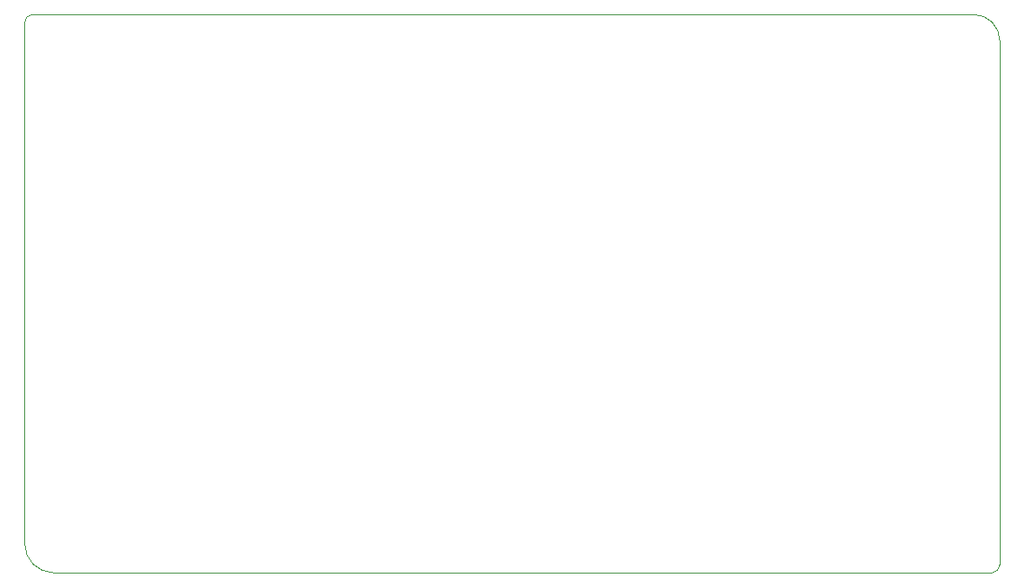
<source format=gm1>
G04 #@! TF.GenerationSoftware,KiCad,Pcbnew,8.0.2*
G04 #@! TF.CreationDate,2024-12-10T02:28:44-07:00*
G04 #@! TF.ProjectId,Telemetry_STM32_V3,54656c65-6d65-4747-9279-5f53544d3332,rev?*
G04 #@! TF.SameCoordinates,Original*
G04 #@! TF.FileFunction,Profile,NP*
%FSLAX46Y46*%
G04 Gerber Fmt 4.6, Leading zero omitted, Abs format (unit mm)*
G04 Created by KiCad (PCBNEW 8.0.2) date 2024-12-10 02:28:44*
%MOMM*%
%LPD*%
G01*
G04 APERTURE LIST*
G04 #@! TA.AperFunction,Profile*
%ADD10C,0.050000*%
G04 #@! TD*
G04 APERTURE END LIST*
D10*
X193500000Y-85500000D02*
G75*
G02*
X196000000Y-88000000I0J-2500000D01*
G01*
X104000000Y-135500000D02*
X104000000Y-86250000D01*
X104000000Y-86250000D02*
G75*
G02*
X104750000Y-85500000I750000J0D01*
G01*
X104750000Y-85500000D02*
X193500000Y-85500000D01*
X106750000Y-138250000D02*
G75*
G02*
X104000000Y-135500000I0J2750000D01*
G01*
X196000000Y-137500000D02*
G75*
G02*
X195250000Y-138250000I-750000J0D01*
G01*
X196000000Y-88000000D02*
X196000000Y-137500000D01*
X195250000Y-138250000D02*
X106750000Y-138250000D01*
M02*

</source>
